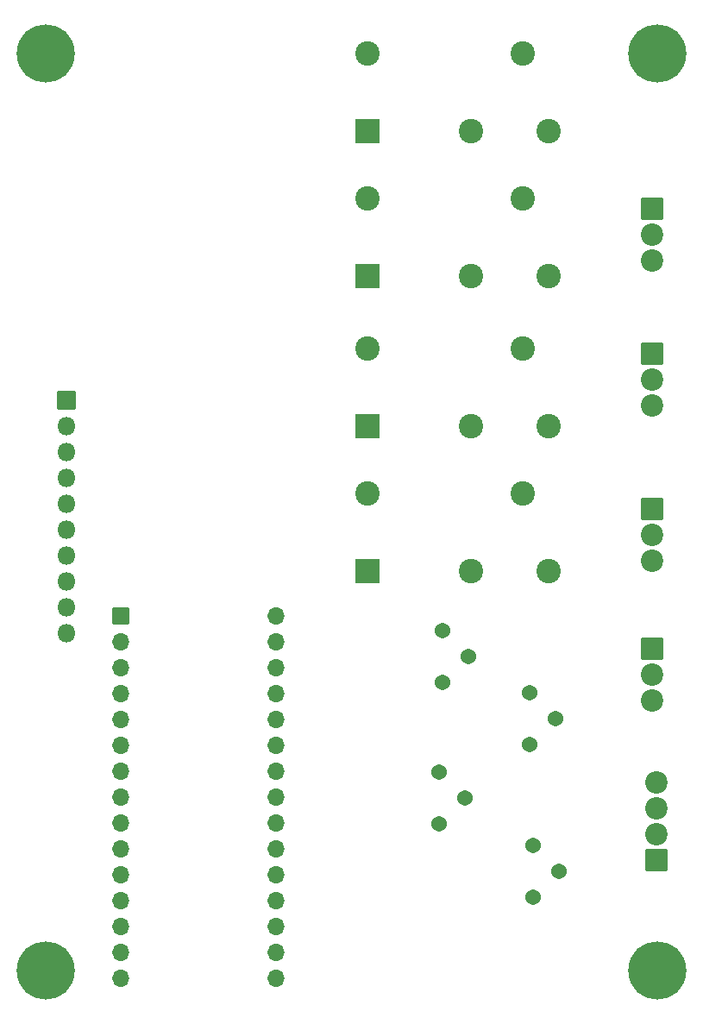
<source format=gbr>
%TF.GenerationSoftware,KiCad,Pcbnew,(6.0.4)*%
%TF.CreationDate,2023-07-24T12:17:23-04:00*%
%TF.ProjectId,BREAD_Slice,42524541-445f-4536-9c69-63652e6b6963,rev?*%
%TF.SameCoordinates,Original*%
%TF.FileFunction,Soldermask,Top*%
%TF.FilePolarity,Negative*%
%FSLAX46Y46*%
G04 Gerber Fmt 4.6, Leading zero omitted, Abs format (unit mm)*
G04 Created by KiCad (PCBNEW (6.0.4)) date 2023-07-24 12:17:23*
%MOMM*%
%LPD*%
G01*
G04 APERTURE LIST*
G04 Aperture macros list*
%AMRoundRect*
0 Rectangle with rounded corners*
0 $1 Rounding radius*
0 $2 $3 $4 $5 $6 $7 $8 $9 X,Y pos of 4 corners*
0 Add a 4 corners polygon primitive as box body*
4,1,4,$2,$3,$4,$5,$6,$7,$8,$9,$2,$3,0*
0 Add four circle primitives for the rounded corners*
1,1,$1+$1,$2,$3*
1,1,$1+$1,$4,$5*
1,1,$1+$1,$6,$7*
1,1,$1+$1,$8,$9*
0 Add four rect primitives between the rounded corners*
20,1,$1+$1,$2,$3,$4,$5,0*
20,1,$1+$1,$4,$5,$6,$7,0*
20,1,$1+$1,$6,$7,$8,$9,0*
20,1,$1+$1,$8,$9,$2,$3,0*%
G04 Aperture macros list end*
%ADD10C,5.700000*%
%ADD11RoundRect,0.050000X-0.800000X-0.800000X0.800000X-0.800000X0.800000X0.800000X-0.800000X0.800000X0*%
%ADD12O,1.700000X1.700000*%
%ADD13RoundRect,0.050000X-0.850000X-0.850000X0.850000X-0.850000X0.850000X0.850000X-0.850000X0.850000X0*%
%ADD14O,1.800000X1.800000*%
%ADD15RoundRect,0.050000X-1.050000X1.050000X-1.050000X-1.050000X1.050000X-1.050000X1.050000X1.050000X0*%
%ADD16C,2.200000*%
%ADD17RoundRect,0.050000X1.050000X-1.050000X1.050000X1.050000X-1.050000X1.050000X-1.050000X-1.050000X0*%
%ADD18RoundRect,0.050000X1.150000X1.150000X-1.150000X1.150000X-1.150000X-1.150000X1.150000X-1.150000X0*%
%ADD19C,2.400000*%
%ADD20C,1.540000*%
G04 APERTURE END LIST*
D10*
%TO.C,H1*%
X127600000Y-44800000D03*
%TD*%
%TO.C,H2*%
X187600000Y-44800000D03*
%TD*%
%TO.C,H3*%
X127600000Y-134800000D03*
%TD*%
%TO.C,H4*%
X187600000Y-134800000D03*
%TD*%
D11*
%TO.C,A1*%
X135000000Y-100000000D03*
D12*
X135000000Y-102540000D03*
X135000000Y-105080000D03*
X135000000Y-107620000D03*
X135000000Y-110160000D03*
X135000000Y-112700000D03*
X135000000Y-115240000D03*
X135000000Y-117780000D03*
X135000000Y-120320000D03*
X135000000Y-122860000D03*
X135000000Y-125400000D03*
X135000000Y-127940000D03*
X135000000Y-130480000D03*
X135000000Y-133020000D03*
X135000000Y-135560000D03*
X150240000Y-135560000D03*
X150240000Y-133020000D03*
X150240000Y-130480000D03*
X150240000Y-127940000D03*
X150240000Y-125400000D03*
X150240000Y-122860000D03*
X150240000Y-120320000D03*
X150240000Y-117780000D03*
X150240000Y-115240000D03*
X150240000Y-112700000D03*
X150240000Y-110160000D03*
X150240000Y-107620000D03*
X150240000Y-105080000D03*
X150240000Y-102540000D03*
X150240000Y-100000000D03*
%TD*%
D13*
%TO.C,J1*%
X129600000Y-78800000D03*
D14*
X129600000Y-81340000D03*
X129600000Y-83880000D03*
X129600000Y-86420000D03*
X129600000Y-88960000D03*
X129600000Y-91500000D03*
X129600000Y-94040000D03*
X129600000Y-96580000D03*
X129600000Y-99120000D03*
X129600000Y-101660000D03*
%TD*%
D15*
%TO.C,J2*%
X187116000Y-60044000D03*
D16*
X187116000Y-62584000D03*
X187116000Y-65124000D03*
%TD*%
D15*
%TO.C,J3*%
X187116000Y-89508000D03*
D16*
X187116000Y-92048000D03*
X187116000Y-94588000D03*
%TD*%
D15*
%TO.C,J4*%
X187116000Y-74268000D03*
D16*
X187116000Y-76808000D03*
X187116000Y-79348000D03*
%TD*%
D15*
%TO.C,J5*%
X187116000Y-103224000D03*
D16*
X187116000Y-105764000D03*
X187116000Y-108304000D03*
%TD*%
D17*
%TO.C,J6*%
X187497000Y-123925000D03*
D16*
X187497000Y-121385000D03*
X187497000Y-118845000D03*
X187497000Y-116305000D03*
%TD*%
D18*
%TO.C,K1*%
X159176000Y-52424000D03*
D19*
X169336000Y-52424000D03*
X176956000Y-52424000D03*
X174416000Y-44804000D03*
X159176000Y-44804000D03*
%TD*%
D18*
%TO.C,K2*%
X159176000Y-66648000D03*
D19*
X169336000Y-66648000D03*
X176956000Y-66648000D03*
X174416000Y-59028000D03*
X159176000Y-59028000D03*
%TD*%
D18*
%TO.C,K3*%
X159176000Y-81380000D03*
D19*
X169336000Y-81380000D03*
X176956000Y-81380000D03*
X174416000Y-73760000D03*
X159176000Y-73760000D03*
%TD*%
D18*
%TO.C,K4*%
X159176000Y-95604000D03*
D19*
X169336000Y-95604000D03*
X176956000Y-95604000D03*
X174416000Y-87984000D03*
X159176000Y-87984000D03*
%TD*%
D20*
%TO.C,RV1*%
X175432000Y-122528000D03*
X177972000Y-125068000D03*
X175432000Y-127608000D03*
%TD*%
%TO.C,RV2*%
X166161000Y-115289000D03*
X168701000Y-117829000D03*
X166161000Y-120369000D03*
%TD*%
%TO.C,RV3*%
X175051000Y-107542000D03*
X177591000Y-110082000D03*
X175051000Y-112622000D03*
%TD*%
%TO.C,RV4*%
X166542000Y-101446000D03*
X169082000Y-103986000D03*
X166542000Y-106526000D03*
%TD*%
M02*

</source>
